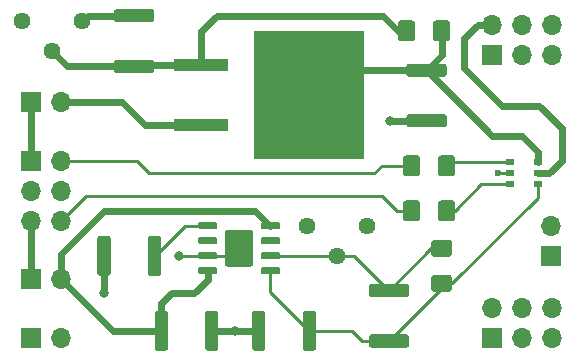
<source format=gtl>
G04 #@! TF.GenerationSoftware,KiCad,Pcbnew,5.1.5+dfsg1-2build2*
G04 #@! TF.CreationDate,2021-11-26T12:56:36+03:00*
G04 #@! TF.ProjectId,VoltReg,566f6c74-5265-4672-9e6b-696361645f70,rev?*
G04 #@! TF.SameCoordinates,Original*
G04 #@! TF.FileFunction,Copper,L1,Top*
G04 #@! TF.FilePolarity,Positive*
%FSLAX46Y46*%
G04 Gerber Fmt 4.6, Leading zero omitted, Abs format (unit mm)*
G04 Created by KiCad (PCBNEW 5.1.5+dfsg1-2build2) date 2021-11-26 12:56:36*
%MOMM*%
%LPD*%
G04 APERTURE LIST*
%ADD10C,0.100000*%
%ADD11O,1.700000X1.700000*%
%ADD12R,1.700000X1.700000*%
%ADD13C,1.440000*%
%ADD14R,0.700000X0.510000*%
%ADD15R,4.600000X1.100000*%
%ADD16R,9.400000X10.800000*%
%ADD17C,0.800000*%
%ADD18C,0.600000*%
%ADD19C,0.600000*%
%ADD20C,0.250000*%
G04 APERTURE END LIST*
G04 #@! TA.AperFunction,SMDPad,CuDef*
D10*
G36*
X119394504Y-74653704D02*
G01*
X119418773Y-74657304D01*
X119442571Y-74663265D01*
X119465671Y-74671530D01*
X119487849Y-74682020D01*
X119508893Y-74694633D01*
X119528598Y-74709247D01*
X119546777Y-74725723D01*
X119563253Y-74743902D01*
X119577867Y-74763607D01*
X119590480Y-74784651D01*
X119600970Y-74806829D01*
X119609235Y-74829929D01*
X119615196Y-74853727D01*
X119618796Y-74877996D01*
X119620000Y-74902500D01*
X119620000Y-75827500D01*
X119618796Y-75852004D01*
X119615196Y-75876273D01*
X119609235Y-75900071D01*
X119600970Y-75923171D01*
X119590480Y-75945349D01*
X119577867Y-75966393D01*
X119563253Y-75986098D01*
X119546777Y-76004277D01*
X119528598Y-76020753D01*
X119508893Y-76035367D01*
X119487849Y-76047980D01*
X119465671Y-76058470D01*
X119442571Y-76066735D01*
X119418773Y-76072696D01*
X119394504Y-76076296D01*
X119370000Y-76077500D01*
X118120000Y-76077500D01*
X118095496Y-76076296D01*
X118071227Y-76072696D01*
X118047429Y-76066735D01*
X118024329Y-76058470D01*
X118002151Y-76047980D01*
X117981107Y-76035367D01*
X117961402Y-76020753D01*
X117943223Y-76004277D01*
X117926747Y-75986098D01*
X117912133Y-75966393D01*
X117899520Y-75945349D01*
X117889030Y-75923171D01*
X117880765Y-75900071D01*
X117874804Y-75876273D01*
X117871204Y-75852004D01*
X117870000Y-75827500D01*
X117870000Y-74902500D01*
X117871204Y-74877996D01*
X117874804Y-74853727D01*
X117880765Y-74829929D01*
X117889030Y-74806829D01*
X117899520Y-74784651D01*
X117912133Y-74763607D01*
X117926747Y-74743902D01*
X117943223Y-74725723D01*
X117961402Y-74709247D01*
X117981107Y-74694633D01*
X118002151Y-74682020D01*
X118024329Y-74671530D01*
X118047429Y-74663265D01*
X118071227Y-74657304D01*
X118095496Y-74653704D01*
X118120000Y-74652500D01*
X119370000Y-74652500D01*
X119394504Y-74653704D01*
G37*
G04 #@! TD.AperFunction*
G04 #@! TA.AperFunction,SMDPad,CuDef*
G36*
X119394504Y-71678704D02*
G01*
X119418773Y-71682304D01*
X119442571Y-71688265D01*
X119465671Y-71696530D01*
X119487849Y-71707020D01*
X119508893Y-71719633D01*
X119528598Y-71734247D01*
X119546777Y-71750723D01*
X119563253Y-71768902D01*
X119577867Y-71788607D01*
X119590480Y-71809651D01*
X119600970Y-71831829D01*
X119609235Y-71854929D01*
X119615196Y-71878727D01*
X119618796Y-71902996D01*
X119620000Y-71927500D01*
X119620000Y-72852500D01*
X119618796Y-72877004D01*
X119615196Y-72901273D01*
X119609235Y-72925071D01*
X119600970Y-72948171D01*
X119590480Y-72970349D01*
X119577867Y-72991393D01*
X119563253Y-73011098D01*
X119546777Y-73029277D01*
X119528598Y-73045753D01*
X119508893Y-73060367D01*
X119487849Y-73072980D01*
X119465671Y-73083470D01*
X119442571Y-73091735D01*
X119418773Y-73097696D01*
X119394504Y-73101296D01*
X119370000Y-73102500D01*
X118120000Y-73102500D01*
X118095496Y-73101296D01*
X118071227Y-73097696D01*
X118047429Y-73091735D01*
X118024329Y-73083470D01*
X118002151Y-73072980D01*
X117981107Y-73060367D01*
X117961402Y-73045753D01*
X117943223Y-73029277D01*
X117926747Y-73011098D01*
X117912133Y-72991393D01*
X117899520Y-72970349D01*
X117889030Y-72948171D01*
X117880765Y-72925071D01*
X117874804Y-72901273D01*
X117871204Y-72877004D01*
X117870000Y-72852500D01*
X117870000Y-71927500D01*
X117871204Y-71902996D01*
X117874804Y-71878727D01*
X117880765Y-71854929D01*
X117889030Y-71831829D01*
X117899520Y-71809651D01*
X117912133Y-71788607D01*
X117926747Y-71768902D01*
X117943223Y-71750723D01*
X117961402Y-71734247D01*
X117981107Y-71719633D01*
X118002151Y-71707020D01*
X118024329Y-71696530D01*
X118047429Y-71688265D01*
X118071227Y-71682304D01*
X118095496Y-71678704D01*
X118120000Y-71677500D01*
X119370000Y-71677500D01*
X119394504Y-71678704D01*
G37*
G04 #@! TD.AperFunction*
D11*
X128080000Y-77460000D03*
X128080000Y-80000000D03*
X125540000Y-77460000D03*
X125540000Y-80000000D03*
X123000000Y-77460000D03*
D12*
X123000000Y-80000000D03*
D11*
X128000000Y-70485000D03*
D12*
X128000000Y-73025000D03*
D11*
X86540000Y-80000000D03*
D12*
X84000000Y-80000000D03*
D11*
X86540000Y-75000000D03*
D12*
X84000000Y-75000000D03*
D11*
X86540000Y-60000000D03*
D12*
X84000000Y-60000000D03*
G04 #@! TA.AperFunction,SMDPad,CuDef*
D10*
G36*
X94184505Y-52143704D02*
G01*
X94208773Y-52147304D01*
X94232572Y-52153265D01*
X94255671Y-52161530D01*
X94277850Y-52172020D01*
X94298893Y-52184632D01*
X94318599Y-52199247D01*
X94336777Y-52215723D01*
X94353253Y-52233901D01*
X94367868Y-52253607D01*
X94380480Y-52274650D01*
X94390970Y-52296829D01*
X94399235Y-52319928D01*
X94405196Y-52343727D01*
X94408796Y-52367995D01*
X94410000Y-52392499D01*
X94410000Y-53017501D01*
X94408796Y-53042005D01*
X94405196Y-53066273D01*
X94399235Y-53090072D01*
X94390970Y-53113171D01*
X94380480Y-53135350D01*
X94367868Y-53156393D01*
X94353253Y-53176099D01*
X94336777Y-53194277D01*
X94318599Y-53210753D01*
X94298893Y-53225368D01*
X94277850Y-53237980D01*
X94255671Y-53248470D01*
X94232572Y-53256735D01*
X94208773Y-53262696D01*
X94184505Y-53266296D01*
X94160001Y-53267500D01*
X91259999Y-53267500D01*
X91235495Y-53266296D01*
X91211227Y-53262696D01*
X91187428Y-53256735D01*
X91164329Y-53248470D01*
X91142150Y-53237980D01*
X91121107Y-53225368D01*
X91101401Y-53210753D01*
X91083223Y-53194277D01*
X91066747Y-53176099D01*
X91052132Y-53156393D01*
X91039520Y-53135350D01*
X91029030Y-53113171D01*
X91020765Y-53090072D01*
X91014804Y-53066273D01*
X91011204Y-53042005D01*
X91010000Y-53017501D01*
X91010000Y-52392499D01*
X91011204Y-52367995D01*
X91014804Y-52343727D01*
X91020765Y-52319928D01*
X91029030Y-52296829D01*
X91039520Y-52274650D01*
X91052132Y-52253607D01*
X91066747Y-52233901D01*
X91083223Y-52215723D01*
X91101401Y-52199247D01*
X91121107Y-52184632D01*
X91142150Y-52172020D01*
X91164329Y-52161530D01*
X91187428Y-52153265D01*
X91211227Y-52147304D01*
X91235495Y-52143704D01*
X91259999Y-52142500D01*
X94160001Y-52142500D01*
X94184505Y-52143704D01*
G37*
G04 #@! TD.AperFunction*
G04 #@! TA.AperFunction,SMDPad,CuDef*
G36*
X94184505Y-56418704D02*
G01*
X94208773Y-56422304D01*
X94232572Y-56428265D01*
X94255671Y-56436530D01*
X94277850Y-56447020D01*
X94298893Y-56459632D01*
X94318599Y-56474247D01*
X94336777Y-56490723D01*
X94353253Y-56508901D01*
X94367868Y-56528607D01*
X94380480Y-56549650D01*
X94390970Y-56571829D01*
X94399235Y-56594928D01*
X94405196Y-56618727D01*
X94408796Y-56642995D01*
X94410000Y-56667499D01*
X94410000Y-57292501D01*
X94408796Y-57317005D01*
X94405196Y-57341273D01*
X94399235Y-57365072D01*
X94390970Y-57388171D01*
X94380480Y-57410350D01*
X94367868Y-57431393D01*
X94353253Y-57451099D01*
X94336777Y-57469277D01*
X94318599Y-57485753D01*
X94298893Y-57500368D01*
X94277850Y-57512980D01*
X94255671Y-57523470D01*
X94232572Y-57531735D01*
X94208773Y-57537696D01*
X94184505Y-57541296D01*
X94160001Y-57542500D01*
X91259999Y-57542500D01*
X91235495Y-57541296D01*
X91211227Y-57537696D01*
X91187428Y-57531735D01*
X91164329Y-57523470D01*
X91142150Y-57512980D01*
X91121107Y-57500368D01*
X91101401Y-57485753D01*
X91083223Y-57469277D01*
X91066747Y-57451099D01*
X91052132Y-57431393D01*
X91039520Y-57410350D01*
X91029030Y-57388171D01*
X91020765Y-57365072D01*
X91014804Y-57341273D01*
X91011204Y-57317005D01*
X91010000Y-57292501D01*
X91010000Y-56667499D01*
X91011204Y-56642995D01*
X91014804Y-56618727D01*
X91020765Y-56594928D01*
X91029030Y-56571829D01*
X91039520Y-56549650D01*
X91052132Y-56528607D01*
X91066747Y-56508901D01*
X91083223Y-56490723D01*
X91101401Y-56474247D01*
X91121107Y-56459632D01*
X91142150Y-56447020D01*
X91164329Y-56436530D01*
X91187428Y-56428265D01*
X91211227Y-56422304D01*
X91235495Y-56418704D01*
X91259999Y-56417500D01*
X94160001Y-56417500D01*
X94184505Y-56418704D01*
G37*
G04 #@! TD.AperFunction*
D11*
X128080000Y-53460000D03*
X128080000Y-56000000D03*
X125540000Y-53460000D03*
X125540000Y-56000000D03*
X123000000Y-53460000D03*
D12*
X123000000Y-56000000D03*
D13*
X83248000Y-53155000D03*
X85788000Y-55695000D03*
X88328000Y-53155000D03*
X107315000Y-70485000D03*
X109855000Y-73025000D03*
X112395000Y-70485000D03*
G04 #@! TA.AperFunction,SMDPad,CuDef*
D10*
G36*
X104914703Y-70185722D02*
G01*
X104929264Y-70187882D01*
X104943543Y-70191459D01*
X104957403Y-70196418D01*
X104970710Y-70202712D01*
X104983336Y-70210280D01*
X104995159Y-70219048D01*
X105006066Y-70228934D01*
X105015952Y-70239841D01*
X105024720Y-70251664D01*
X105032288Y-70264290D01*
X105038582Y-70277597D01*
X105043541Y-70291457D01*
X105047118Y-70305736D01*
X105049278Y-70320297D01*
X105050000Y-70335000D01*
X105050000Y-70635000D01*
X105049278Y-70649703D01*
X105047118Y-70664264D01*
X105043541Y-70678543D01*
X105038582Y-70692403D01*
X105032288Y-70705710D01*
X105024720Y-70718336D01*
X105015952Y-70730159D01*
X105006066Y-70741066D01*
X104995159Y-70750952D01*
X104983336Y-70759720D01*
X104970710Y-70767288D01*
X104957403Y-70773582D01*
X104943543Y-70778541D01*
X104929264Y-70782118D01*
X104914703Y-70784278D01*
X104900000Y-70785000D01*
X103600000Y-70785000D01*
X103585297Y-70784278D01*
X103570736Y-70782118D01*
X103556457Y-70778541D01*
X103542597Y-70773582D01*
X103529290Y-70767288D01*
X103516664Y-70759720D01*
X103504841Y-70750952D01*
X103493934Y-70741066D01*
X103484048Y-70730159D01*
X103475280Y-70718336D01*
X103467712Y-70705710D01*
X103461418Y-70692403D01*
X103456459Y-70678543D01*
X103452882Y-70664264D01*
X103450722Y-70649703D01*
X103450000Y-70635000D01*
X103450000Y-70335000D01*
X103450722Y-70320297D01*
X103452882Y-70305736D01*
X103456459Y-70291457D01*
X103461418Y-70277597D01*
X103467712Y-70264290D01*
X103475280Y-70251664D01*
X103484048Y-70239841D01*
X103493934Y-70228934D01*
X103504841Y-70219048D01*
X103516664Y-70210280D01*
X103529290Y-70202712D01*
X103542597Y-70196418D01*
X103556457Y-70191459D01*
X103570736Y-70187882D01*
X103585297Y-70185722D01*
X103600000Y-70185000D01*
X104900000Y-70185000D01*
X104914703Y-70185722D01*
G37*
G04 #@! TD.AperFunction*
G04 #@! TA.AperFunction,SMDPad,CuDef*
G36*
X104914703Y-71455722D02*
G01*
X104929264Y-71457882D01*
X104943543Y-71461459D01*
X104957403Y-71466418D01*
X104970710Y-71472712D01*
X104983336Y-71480280D01*
X104995159Y-71489048D01*
X105006066Y-71498934D01*
X105015952Y-71509841D01*
X105024720Y-71521664D01*
X105032288Y-71534290D01*
X105038582Y-71547597D01*
X105043541Y-71561457D01*
X105047118Y-71575736D01*
X105049278Y-71590297D01*
X105050000Y-71605000D01*
X105050000Y-71905000D01*
X105049278Y-71919703D01*
X105047118Y-71934264D01*
X105043541Y-71948543D01*
X105038582Y-71962403D01*
X105032288Y-71975710D01*
X105024720Y-71988336D01*
X105015952Y-72000159D01*
X105006066Y-72011066D01*
X104995159Y-72020952D01*
X104983336Y-72029720D01*
X104970710Y-72037288D01*
X104957403Y-72043582D01*
X104943543Y-72048541D01*
X104929264Y-72052118D01*
X104914703Y-72054278D01*
X104900000Y-72055000D01*
X103600000Y-72055000D01*
X103585297Y-72054278D01*
X103570736Y-72052118D01*
X103556457Y-72048541D01*
X103542597Y-72043582D01*
X103529290Y-72037288D01*
X103516664Y-72029720D01*
X103504841Y-72020952D01*
X103493934Y-72011066D01*
X103484048Y-72000159D01*
X103475280Y-71988336D01*
X103467712Y-71975710D01*
X103461418Y-71962403D01*
X103456459Y-71948543D01*
X103452882Y-71934264D01*
X103450722Y-71919703D01*
X103450000Y-71905000D01*
X103450000Y-71605000D01*
X103450722Y-71590297D01*
X103452882Y-71575736D01*
X103456459Y-71561457D01*
X103461418Y-71547597D01*
X103467712Y-71534290D01*
X103475280Y-71521664D01*
X103484048Y-71509841D01*
X103493934Y-71498934D01*
X103504841Y-71489048D01*
X103516664Y-71480280D01*
X103529290Y-71472712D01*
X103542597Y-71466418D01*
X103556457Y-71461459D01*
X103570736Y-71457882D01*
X103585297Y-71455722D01*
X103600000Y-71455000D01*
X104900000Y-71455000D01*
X104914703Y-71455722D01*
G37*
G04 #@! TD.AperFunction*
G04 #@! TA.AperFunction,SMDPad,CuDef*
G36*
X104914703Y-72725722D02*
G01*
X104929264Y-72727882D01*
X104943543Y-72731459D01*
X104957403Y-72736418D01*
X104970710Y-72742712D01*
X104983336Y-72750280D01*
X104995159Y-72759048D01*
X105006066Y-72768934D01*
X105015952Y-72779841D01*
X105024720Y-72791664D01*
X105032288Y-72804290D01*
X105038582Y-72817597D01*
X105043541Y-72831457D01*
X105047118Y-72845736D01*
X105049278Y-72860297D01*
X105050000Y-72875000D01*
X105050000Y-73175000D01*
X105049278Y-73189703D01*
X105047118Y-73204264D01*
X105043541Y-73218543D01*
X105038582Y-73232403D01*
X105032288Y-73245710D01*
X105024720Y-73258336D01*
X105015952Y-73270159D01*
X105006066Y-73281066D01*
X104995159Y-73290952D01*
X104983336Y-73299720D01*
X104970710Y-73307288D01*
X104957403Y-73313582D01*
X104943543Y-73318541D01*
X104929264Y-73322118D01*
X104914703Y-73324278D01*
X104900000Y-73325000D01*
X103600000Y-73325000D01*
X103585297Y-73324278D01*
X103570736Y-73322118D01*
X103556457Y-73318541D01*
X103542597Y-73313582D01*
X103529290Y-73307288D01*
X103516664Y-73299720D01*
X103504841Y-73290952D01*
X103493934Y-73281066D01*
X103484048Y-73270159D01*
X103475280Y-73258336D01*
X103467712Y-73245710D01*
X103461418Y-73232403D01*
X103456459Y-73218543D01*
X103452882Y-73204264D01*
X103450722Y-73189703D01*
X103450000Y-73175000D01*
X103450000Y-72875000D01*
X103450722Y-72860297D01*
X103452882Y-72845736D01*
X103456459Y-72831457D01*
X103461418Y-72817597D01*
X103467712Y-72804290D01*
X103475280Y-72791664D01*
X103484048Y-72779841D01*
X103493934Y-72768934D01*
X103504841Y-72759048D01*
X103516664Y-72750280D01*
X103529290Y-72742712D01*
X103542597Y-72736418D01*
X103556457Y-72731459D01*
X103570736Y-72727882D01*
X103585297Y-72725722D01*
X103600000Y-72725000D01*
X104900000Y-72725000D01*
X104914703Y-72725722D01*
G37*
G04 #@! TD.AperFunction*
G04 #@! TA.AperFunction,SMDPad,CuDef*
G36*
X104914703Y-73995722D02*
G01*
X104929264Y-73997882D01*
X104943543Y-74001459D01*
X104957403Y-74006418D01*
X104970710Y-74012712D01*
X104983336Y-74020280D01*
X104995159Y-74029048D01*
X105006066Y-74038934D01*
X105015952Y-74049841D01*
X105024720Y-74061664D01*
X105032288Y-74074290D01*
X105038582Y-74087597D01*
X105043541Y-74101457D01*
X105047118Y-74115736D01*
X105049278Y-74130297D01*
X105050000Y-74145000D01*
X105050000Y-74445000D01*
X105049278Y-74459703D01*
X105047118Y-74474264D01*
X105043541Y-74488543D01*
X105038582Y-74502403D01*
X105032288Y-74515710D01*
X105024720Y-74528336D01*
X105015952Y-74540159D01*
X105006066Y-74551066D01*
X104995159Y-74560952D01*
X104983336Y-74569720D01*
X104970710Y-74577288D01*
X104957403Y-74583582D01*
X104943543Y-74588541D01*
X104929264Y-74592118D01*
X104914703Y-74594278D01*
X104900000Y-74595000D01*
X103600000Y-74595000D01*
X103585297Y-74594278D01*
X103570736Y-74592118D01*
X103556457Y-74588541D01*
X103542597Y-74583582D01*
X103529290Y-74577288D01*
X103516664Y-74569720D01*
X103504841Y-74560952D01*
X103493934Y-74551066D01*
X103484048Y-74540159D01*
X103475280Y-74528336D01*
X103467712Y-74515710D01*
X103461418Y-74502403D01*
X103456459Y-74488543D01*
X103452882Y-74474264D01*
X103450722Y-74459703D01*
X103450000Y-74445000D01*
X103450000Y-74145000D01*
X103450722Y-74130297D01*
X103452882Y-74115736D01*
X103456459Y-74101457D01*
X103461418Y-74087597D01*
X103467712Y-74074290D01*
X103475280Y-74061664D01*
X103484048Y-74049841D01*
X103493934Y-74038934D01*
X103504841Y-74029048D01*
X103516664Y-74020280D01*
X103529290Y-74012712D01*
X103542597Y-74006418D01*
X103556457Y-74001459D01*
X103570736Y-73997882D01*
X103585297Y-73995722D01*
X103600000Y-73995000D01*
X104900000Y-73995000D01*
X104914703Y-73995722D01*
G37*
G04 #@! TD.AperFunction*
G04 #@! TA.AperFunction,SMDPad,CuDef*
G36*
X99614703Y-73995722D02*
G01*
X99629264Y-73997882D01*
X99643543Y-74001459D01*
X99657403Y-74006418D01*
X99670710Y-74012712D01*
X99683336Y-74020280D01*
X99695159Y-74029048D01*
X99706066Y-74038934D01*
X99715952Y-74049841D01*
X99724720Y-74061664D01*
X99732288Y-74074290D01*
X99738582Y-74087597D01*
X99743541Y-74101457D01*
X99747118Y-74115736D01*
X99749278Y-74130297D01*
X99750000Y-74145000D01*
X99750000Y-74445000D01*
X99749278Y-74459703D01*
X99747118Y-74474264D01*
X99743541Y-74488543D01*
X99738582Y-74502403D01*
X99732288Y-74515710D01*
X99724720Y-74528336D01*
X99715952Y-74540159D01*
X99706066Y-74551066D01*
X99695159Y-74560952D01*
X99683336Y-74569720D01*
X99670710Y-74577288D01*
X99657403Y-74583582D01*
X99643543Y-74588541D01*
X99629264Y-74592118D01*
X99614703Y-74594278D01*
X99600000Y-74595000D01*
X98300000Y-74595000D01*
X98285297Y-74594278D01*
X98270736Y-74592118D01*
X98256457Y-74588541D01*
X98242597Y-74583582D01*
X98229290Y-74577288D01*
X98216664Y-74569720D01*
X98204841Y-74560952D01*
X98193934Y-74551066D01*
X98184048Y-74540159D01*
X98175280Y-74528336D01*
X98167712Y-74515710D01*
X98161418Y-74502403D01*
X98156459Y-74488543D01*
X98152882Y-74474264D01*
X98150722Y-74459703D01*
X98150000Y-74445000D01*
X98150000Y-74145000D01*
X98150722Y-74130297D01*
X98152882Y-74115736D01*
X98156459Y-74101457D01*
X98161418Y-74087597D01*
X98167712Y-74074290D01*
X98175280Y-74061664D01*
X98184048Y-74049841D01*
X98193934Y-74038934D01*
X98204841Y-74029048D01*
X98216664Y-74020280D01*
X98229290Y-74012712D01*
X98242597Y-74006418D01*
X98256457Y-74001459D01*
X98270736Y-73997882D01*
X98285297Y-73995722D01*
X98300000Y-73995000D01*
X99600000Y-73995000D01*
X99614703Y-73995722D01*
G37*
G04 #@! TD.AperFunction*
G04 #@! TA.AperFunction,SMDPad,CuDef*
G36*
X99614703Y-72725722D02*
G01*
X99629264Y-72727882D01*
X99643543Y-72731459D01*
X99657403Y-72736418D01*
X99670710Y-72742712D01*
X99683336Y-72750280D01*
X99695159Y-72759048D01*
X99706066Y-72768934D01*
X99715952Y-72779841D01*
X99724720Y-72791664D01*
X99732288Y-72804290D01*
X99738582Y-72817597D01*
X99743541Y-72831457D01*
X99747118Y-72845736D01*
X99749278Y-72860297D01*
X99750000Y-72875000D01*
X99750000Y-73175000D01*
X99749278Y-73189703D01*
X99747118Y-73204264D01*
X99743541Y-73218543D01*
X99738582Y-73232403D01*
X99732288Y-73245710D01*
X99724720Y-73258336D01*
X99715952Y-73270159D01*
X99706066Y-73281066D01*
X99695159Y-73290952D01*
X99683336Y-73299720D01*
X99670710Y-73307288D01*
X99657403Y-73313582D01*
X99643543Y-73318541D01*
X99629264Y-73322118D01*
X99614703Y-73324278D01*
X99600000Y-73325000D01*
X98300000Y-73325000D01*
X98285297Y-73324278D01*
X98270736Y-73322118D01*
X98256457Y-73318541D01*
X98242597Y-73313582D01*
X98229290Y-73307288D01*
X98216664Y-73299720D01*
X98204841Y-73290952D01*
X98193934Y-73281066D01*
X98184048Y-73270159D01*
X98175280Y-73258336D01*
X98167712Y-73245710D01*
X98161418Y-73232403D01*
X98156459Y-73218543D01*
X98152882Y-73204264D01*
X98150722Y-73189703D01*
X98150000Y-73175000D01*
X98150000Y-72875000D01*
X98150722Y-72860297D01*
X98152882Y-72845736D01*
X98156459Y-72831457D01*
X98161418Y-72817597D01*
X98167712Y-72804290D01*
X98175280Y-72791664D01*
X98184048Y-72779841D01*
X98193934Y-72768934D01*
X98204841Y-72759048D01*
X98216664Y-72750280D01*
X98229290Y-72742712D01*
X98242597Y-72736418D01*
X98256457Y-72731459D01*
X98270736Y-72727882D01*
X98285297Y-72725722D01*
X98300000Y-72725000D01*
X99600000Y-72725000D01*
X99614703Y-72725722D01*
G37*
G04 #@! TD.AperFunction*
G04 #@! TA.AperFunction,SMDPad,CuDef*
G36*
X99614703Y-71455722D02*
G01*
X99629264Y-71457882D01*
X99643543Y-71461459D01*
X99657403Y-71466418D01*
X99670710Y-71472712D01*
X99683336Y-71480280D01*
X99695159Y-71489048D01*
X99706066Y-71498934D01*
X99715952Y-71509841D01*
X99724720Y-71521664D01*
X99732288Y-71534290D01*
X99738582Y-71547597D01*
X99743541Y-71561457D01*
X99747118Y-71575736D01*
X99749278Y-71590297D01*
X99750000Y-71605000D01*
X99750000Y-71905000D01*
X99749278Y-71919703D01*
X99747118Y-71934264D01*
X99743541Y-71948543D01*
X99738582Y-71962403D01*
X99732288Y-71975710D01*
X99724720Y-71988336D01*
X99715952Y-72000159D01*
X99706066Y-72011066D01*
X99695159Y-72020952D01*
X99683336Y-72029720D01*
X99670710Y-72037288D01*
X99657403Y-72043582D01*
X99643543Y-72048541D01*
X99629264Y-72052118D01*
X99614703Y-72054278D01*
X99600000Y-72055000D01*
X98300000Y-72055000D01*
X98285297Y-72054278D01*
X98270736Y-72052118D01*
X98256457Y-72048541D01*
X98242597Y-72043582D01*
X98229290Y-72037288D01*
X98216664Y-72029720D01*
X98204841Y-72020952D01*
X98193934Y-72011066D01*
X98184048Y-72000159D01*
X98175280Y-71988336D01*
X98167712Y-71975710D01*
X98161418Y-71962403D01*
X98156459Y-71948543D01*
X98152882Y-71934264D01*
X98150722Y-71919703D01*
X98150000Y-71905000D01*
X98150000Y-71605000D01*
X98150722Y-71590297D01*
X98152882Y-71575736D01*
X98156459Y-71561457D01*
X98161418Y-71547597D01*
X98167712Y-71534290D01*
X98175280Y-71521664D01*
X98184048Y-71509841D01*
X98193934Y-71498934D01*
X98204841Y-71489048D01*
X98216664Y-71480280D01*
X98229290Y-71472712D01*
X98242597Y-71466418D01*
X98256457Y-71461459D01*
X98270736Y-71457882D01*
X98285297Y-71455722D01*
X98300000Y-71455000D01*
X99600000Y-71455000D01*
X99614703Y-71455722D01*
G37*
G04 #@! TD.AperFunction*
G04 #@! TA.AperFunction,SMDPad,CuDef*
G36*
X99614703Y-70185722D02*
G01*
X99629264Y-70187882D01*
X99643543Y-70191459D01*
X99657403Y-70196418D01*
X99670710Y-70202712D01*
X99683336Y-70210280D01*
X99695159Y-70219048D01*
X99706066Y-70228934D01*
X99715952Y-70239841D01*
X99724720Y-70251664D01*
X99732288Y-70264290D01*
X99738582Y-70277597D01*
X99743541Y-70291457D01*
X99747118Y-70305736D01*
X99749278Y-70320297D01*
X99750000Y-70335000D01*
X99750000Y-70635000D01*
X99749278Y-70649703D01*
X99747118Y-70664264D01*
X99743541Y-70678543D01*
X99738582Y-70692403D01*
X99732288Y-70705710D01*
X99724720Y-70718336D01*
X99715952Y-70730159D01*
X99706066Y-70741066D01*
X99695159Y-70750952D01*
X99683336Y-70759720D01*
X99670710Y-70767288D01*
X99657403Y-70773582D01*
X99643543Y-70778541D01*
X99629264Y-70782118D01*
X99614703Y-70784278D01*
X99600000Y-70785000D01*
X98300000Y-70785000D01*
X98285297Y-70784278D01*
X98270736Y-70782118D01*
X98256457Y-70778541D01*
X98242597Y-70773582D01*
X98229290Y-70767288D01*
X98216664Y-70759720D01*
X98204841Y-70750952D01*
X98193934Y-70741066D01*
X98184048Y-70730159D01*
X98175280Y-70718336D01*
X98167712Y-70705710D01*
X98161418Y-70692403D01*
X98156459Y-70678543D01*
X98152882Y-70664264D01*
X98150722Y-70649703D01*
X98150000Y-70635000D01*
X98150000Y-70335000D01*
X98150722Y-70320297D01*
X98152882Y-70305736D01*
X98156459Y-70291457D01*
X98161418Y-70277597D01*
X98167712Y-70264290D01*
X98175280Y-70251664D01*
X98184048Y-70239841D01*
X98193934Y-70228934D01*
X98204841Y-70219048D01*
X98216664Y-70210280D01*
X98229290Y-70202712D01*
X98242597Y-70196418D01*
X98256457Y-70191459D01*
X98270736Y-70187882D01*
X98285297Y-70185722D01*
X98300000Y-70185000D01*
X99600000Y-70185000D01*
X99614703Y-70185722D01*
G37*
G04 #@! TD.AperFunction*
G04 #@! TA.AperFunction,SMDPad,CuDef*
G36*
X102578927Y-70841207D02*
G01*
X102603257Y-70844816D01*
X102627117Y-70850792D01*
X102650276Y-70859079D01*
X102672511Y-70869595D01*
X102693608Y-70882240D01*
X102713364Y-70896893D01*
X102731589Y-70913411D01*
X102748107Y-70931636D01*
X102762760Y-70951392D01*
X102775405Y-70972489D01*
X102785921Y-70994724D01*
X102794208Y-71017883D01*
X102800184Y-71041743D01*
X102803793Y-71066073D01*
X102805000Y-71090640D01*
X102805000Y-73689360D01*
X102803793Y-73713927D01*
X102800184Y-73738257D01*
X102794208Y-73762117D01*
X102785921Y-73785276D01*
X102775405Y-73807511D01*
X102762760Y-73828608D01*
X102748107Y-73848364D01*
X102731589Y-73866589D01*
X102713364Y-73883107D01*
X102693608Y-73897760D01*
X102672511Y-73910405D01*
X102650276Y-73920921D01*
X102627117Y-73929208D01*
X102603257Y-73935184D01*
X102578927Y-73938793D01*
X102554360Y-73940000D01*
X100645640Y-73940000D01*
X100621073Y-73938793D01*
X100596743Y-73935184D01*
X100572883Y-73929208D01*
X100549724Y-73920921D01*
X100527489Y-73910405D01*
X100506392Y-73897760D01*
X100486636Y-73883107D01*
X100468411Y-73866589D01*
X100451893Y-73848364D01*
X100437240Y-73828608D01*
X100424595Y-73807511D01*
X100414079Y-73785276D01*
X100405792Y-73762117D01*
X100399816Y-73738257D01*
X100396207Y-73713927D01*
X100395000Y-73689360D01*
X100395000Y-71090640D01*
X100396207Y-71066073D01*
X100399816Y-71041743D01*
X100405792Y-71017883D01*
X100414079Y-70994724D01*
X100424595Y-70972489D01*
X100437240Y-70951392D01*
X100451893Y-70931636D01*
X100468411Y-70913411D01*
X100486636Y-70896893D01*
X100506392Y-70882240D01*
X100527489Y-70869595D01*
X100549724Y-70859079D01*
X100572883Y-70850792D01*
X100596743Y-70844816D01*
X100621073Y-70841207D01*
X100645640Y-70840000D01*
X102554360Y-70840000D01*
X102578927Y-70841207D01*
G37*
G04 #@! TD.AperFunction*
D14*
X126890000Y-65090000D03*
X126890000Y-66040000D03*
X126890000Y-66990000D03*
X124570000Y-66990000D03*
X124570000Y-66040000D03*
X124570000Y-65090000D03*
D15*
X98365000Y-56915000D03*
X98365000Y-61995000D03*
D16*
X107515000Y-59455000D03*
G04 #@! TA.AperFunction,SMDPad,CuDef*
D10*
G36*
X119667004Y-68341204D02*
G01*
X119691273Y-68344804D01*
X119715071Y-68350765D01*
X119738171Y-68359030D01*
X119760349Y-68369520D01*
X119781393Y-68382133D01*
X119801098Y-68396747D01*
X119819277Y-68413223D01*
X119835753Y-68431402D01*
X119850367Y-68451107D01*
X119862980Y-68472151D01*
X119873470Y-68494329D01*
X119881735Y-68517429D01*
X119887696Y-68541227D01*
X119891296Y-68565496D01*
X119892500Y-68590000D01*
X119892500Y-69840000D01*
X119891296Y-69864504D01*
X119887696Y-69888773D01*
X119881735Y-69912571D01*
X119873470Y-69935671D01*
X119862980Y-69957849D01*
X119850367Y-69978893D01*
X119835753Y-69998598D01*
X119819277Y-70016777D01*
X119801098Y-70033253D01*
X119781393Y-70047867D01*
X119760349Y-70060480D01*
X119738171Y-70070970D01*
X119715071Y-70079235D01*
X119691273Y-70085196D01*
X119667004Y-70088796D01*
X119642500Y-70090000D01*
X118717500Y-70090000D01*
X118692996Y-70088796D01*
X118668727Y-70085196D01*
X118644929Y-70079235D01*
X118621829Y-70070970D01*
X118599651Y-70060480D01*
X118578607Y-70047867D01*
X118558902Y-70033253D01*
X118540723Y-70016777D01*
X118524247Y-69998598D01*
X118509633Y-69978893D01*
X118497020Y-69957849D01*
X118486530Y-69935671D01*
X118478265Y-69912571D01*
X118472304Y-69888773D01*
X118468704Y-69864504D01*
X118467500Y-69840000D01*
X118467500Y-68590000D01*
X118468704Y-68565496D01*
X118472304Y-68541227D01*
X118478265Y-68517429D01*
X118486530Y-68494329D01*
X118497020Y-68472151D01*
X118509633Y-68451107D01*
X118524247Y-68431402D01*
X118540723Y-68413223D01*
X118558902Y-68396747D01*
X118578607Y-68382133D01*
X118599651Y-68369520D01*
X118621829Y-68359030D01*
X118644929Y-68350765D01*
X118668727Y-68344804D01*
X118692996Y-68341204D01*
X118717500Y-68340000D01*
X119642500Y-68340000D01*
X119667004Y-68341204D01*
G37*
G04 #@! TD.AperFunction*
G04 #@! TA.AperFunction,SMDPad,CuDef*
G36*
X116692004Y-68341204D02*
G01*
X116716273Y-68344804D01*
X116740071Y-68350765D01*
X116763171Y-68359030D01*
X116785349Y-68369520D01*
X116806393Y-68382133D01*
X116826098Y-68396747D01*
X116844277Y-68413223D01*
X116860753Y-68431402D01*
X116875367Y-68451107D01*
X116887980Y-68472151D01*
X116898470Y-68494329D01*
X116906735Y-68517429D01*
X116912696Y-68541227D01*
X116916296Y-68565496D01*
X116917500Y-68590000D01*
X116917500Y-69840000D01*
X116916296Y-69864504D01*
X116912696Y-69888773D01*
X116906735Y-69912571D01*
X116898470Y-69935671D01*
X116887980Y-69957849D01*
X116875367Y-69978893D01*
X116860753Y-69998598D01*
X116844277Y-70016777D01*
X116826098Y-70033253D01*
X116806393Y-70047867D01*
X116785349Y-70060480D01*
X116763171Y-70070970D01*
X116740071Y-70079235D01*
X116716273Y-70085196D01*
X116692004Y-70088796D01*
X116667500Y-70090000D01*
X115742500Y-70090000D01*
X115717996Y-70088796D01*
X115693727Y-70085196D01*
X115669929Y-70079235D01*
X115646829Y-70070970D01*
X115624651Y-70060480D01*
X115603607Y-70047867D01*
X115583902Y-70033253D01*
X115565723Y-70016777D01*
X115549247Y-69998598D01*
X115534633Y-69978893D01*
X115522020Y-69957849D01*
X115511530Y-69935671D01*
X115503265Y-69912571D01*
X115497304Y-69888773D01*
X115493704Y-69864504D01*
X115492500Y-69840000D01*
X115492500Y-68590000D01*
X115493704Y-68565496D01*
X115497304Y-68541227D01*
X115503265Y-68517429D01*
X115511530Y-68494329D01*
X115522020Y-68472151D01*
X115534633Y-68451107D01*
X115549247Y-68431402D01*
X115565723Y-68413223D01*
X115583902Y-68396747D01*
X115603607Y-68382133D01*
X115624651Y-68369520D01*
X115646829Y-68359030D01*
X115669929Y-68350765D01*
X115693727Y-68344804D01*
X115717996Y-68341204D01*
X115742500Y-68340000D01*
X116667500Y-68340000D01*
X116692004Y-68341204D01*
G37*
G04 #@! TD.AperFunction*
G04 #@! TA.AperFunction,SMDPad,CuDef*
G36*
X116692004Y-64531204D02*
G01*
X116716273Y-64534804D01*
X116740071Y-64540765D01*
X116763171Y-64549030D01*
X116785349Y-64559520D01*
X116806393Y-64572133D01*
X116826098Y-64586747D01*
X116844277Y-64603223D01*
X116860753Y-64621402D01*
X116875367Y-64641107D01*
X116887980Y-64662151D01*
X116898470Y-64684329D01*
X116906735Y-64707429D01*
X116912696Y-64731227D01*
X116916296Y-64755496D01*
X116917500Y-64780000D01*
X116917500Y-66030000D01*
X116916296Y-66054504D01*
X116912696Y-66078773D01*
X116906735Y-66102571D01*
X116898470Y-66125671D01*
X116887980Y-66147849D01*
X116875367Y-66168893D01*
X116860753Y-66188598D01*
X116844277Y-66206777D01*
X116826098Y-66223253D01*
X116806393Y-66237867D01*
X116785349Y-66250480D01*
X116763171Y-66260970D01*
X116740071Y-66269235D01*
X116716273Y-66275196D01*
X116692004Y-66278796D01*
X116667500Y-66280000D01*
X115742500Y-66280000D01*
X115717996Y-66278796D01*
X115693727Y-66275196D01*
X115669929Y-66269235D01*
X115646829Y-66260970D01*
X115624651Y-66250480D01*
X115603607Y-66237867D01*
X115583902Y-66223253D01*
X115565723Y-66206777D01*
X115549247Y-66188598D01*
X115534633Y-66168893D01*
X115522020Y-66147849D01*
X115511530Y-66125671D01*
X115503265Y-66102571D01*
X115497304Y-66078773D01*
X115493704Y-66054504D01*
X115492500Y-66030000D01*
X115492500Y-64780000D01*
X115493704Y-64755496D01*
X115497304Y-64731227D01*
X115503265Y-64707429D01*
X115511530Y-64684329D01*
X115522020Y-64662151D01*
X115534633Y-64641107D01*
X115549247Y-64621402D01*
X115565723Y-64603223D01*
X115583902Y-64586747D01*
X115603607Y-64572133D01*
X115624651Y-64559520D01*
X115646829Y-64549030D01*
X115669929Y-64540765D01*
X115693727Y-64534804D01*
X115717996Y-64531204D01*
X115742500Y-64530000D01*
X116667500Y-64530000D01*
X116692004Y-64531204D01*
G37*
G04 #@! TD.AperFunction*
G04 #@! TA.AperFunction,SMDPad,CuDef*
G36*
X119667004Y-64531204D02*
G01*
X119691273Y-64534804D01*
X119715071Y-64540765D01*
X119738171Y-64549030D01*
X119760349Y-64559520D01*
X119781393Y-64572133D01*
X119801098Y-64586747D01*
X119819277Y-64603223D01*
X119835753Y-64621402D01*
X119850367Y-64641107D01*
X119862980Y-64662151D01*
X119873470Y-64684329D01*
X119881735Y-64707429D01*
X119887696Y-64731227D01*
X119891296Y-64755496D01*
X119892500Y-64780000D01*
X119892500Y-66030000D01*
X119891296Y-66054504D01*
X119887696Y-66078773D01*
X119881735Y-66102571D01*
X119873470Y-66125671D01*
X119862980Y-66147849D01*
X119850367Y-66168893D01*
X119835753Y-66188598D01*
X119819277Y-66206777D01*
X119801098Y-66223253D01*
X119781393Y-66237867D01*
X119760349Y-66250480D01*
X119738171Y-66260970D01*
X119715071Y-66269235D01*
X119691273Y-66275196D01*
X119667004Y-66278796D01*
X119642500Y-66280000D01*
X118717500Y-66280000D01*
X118692996Y-66278796D01*
X118668727Y-66275196D01*
X118644929Y-66269235D01*
X118621829Y-66260970D01*
X118599651Y-66250480D01*
X118578607Y-66237867D01*
X118558902Y-66223253D01*
X118540723Y-66206777D01*
X118524247Y-66188598D01*
X118509633Y-66168893D01*
X118497020Y-66147849D01*
X118486530Y-66125671D01*
X118478265Y-66102571D01*
X118472304Y-66078773D01*
X118468704Y-66054504D01*
X118467500Y-66030000D01*
X118467500Y-64780000D01*
X118468704Y-64755496D01*
X118472304Y-64731227D01*
X118478265Y-64707429D01*
X118486530Y-64684329D01*
X118497020Y-64662151D01*
X118509633Y-64641107D01*
X118524247Y-64621402D01*
X118540723Y-64603223D01*
X118558902Y-64586747D01*
X118578607Y-64572133D01*
X118599651Y-64559520D01*
X118621829Y-64549030D01*
X118644929Y-64540765D01*
X118668727Y-64534804D01*
X118692996Y-64531204D01*
X118717500Y-64530000D01*
X119642500Y-64530000D01*
X119667004Y-64531204D01*
G37*
G04 #@! TD.AperFunction*
G04 #@! TA.AperFunction,SMDPad,CuDef*
G36*
X119232004Y-53101204D02*
G01*
X119256273Y-53104804D01*
X119280071Y-53110765D01*
X119303171Y-53119030D01*
X119325349Y-53129520D01*
X119346393Y-53142133D01*
X119366098Y-53156747D01*
X119384277Y-53173223D01*
X119400753Y-53191402D01*
X119415367Y-53211107D01*
X119427980Y-53232151D01*
X119438470Y-53254329D01*
X119446735Y-53277429D01*
X119452696Y-53301227D01*
X119456296Y-53325496D01*
X119457500Y-53350000D01*
X119457500Y-54600000D01*
X119456296Y-54624504D01*
X119452696Y-54648773D01*
X119446735Y-54672571D01*
X119438470Y-54695671D01*
X119427980Y-54717849D01*
X119415367Y-54738893D01*
X119400753Y-54758598D01*
X119384277Y-54776777D01*
X119366098Y-54793253D01*
X119346393Y-54807867D01*
X119325349Y-54820480D01*
X119303171Y-54830970D01*
X119280071Y-54839235D01*
X119256273Y-54845196D01*
X119232004Y-54848796D01*
X119207500Y-54850000D01*
X118282500Y-54850000D01*
X118257996Y-54848796D01*
X118233727Y-54845196D01*
X118209929Y-54839235D01*
X118186829Y-54830970D01*
X118164651Y-54820480D01*
X118143607Y-54807867D01*
X118123902Y-54793253D01*
X118105723Y-54776777D01*
X118089247Y-54758598D01*
X118074633Y-54738893D01*
X118062020Y-54717849D01*
X118051530Y-54695671D01*
X118043265Y-54672571D01*
X118037304Y-54648773D01*
X118033704Y-54624504D01*
X118032500Y-54600000D01*
X118032500Y-53350000D01*
X118033704Y-53325496D01*
X118037304Y-53301227D01*
X118043265Y-53277429D01*
X118051530Y-53254329D01*
X118062020Y-53232151D01*
X118074633Y-53211107D01*
X118089247Y-53191402D01*
X118105723Y-53173223D01*
X118123902Y-53156747D01*
X118143607Y-53142133D01*
X118164651Y-53129520D01*
X118186829Y-53119030D01*
X118209929Y-53110765D01*
X118233727Y-53104804D01*
X118257996Y-53101204D01*
X118282500Y-53100000D01*
X119207500Y-53100000D01*
X119232004Y-53101204D01*
G37*
G04 #@! TD.AperFunction*
G04 #@! TA.AperFunction,SMDPad,CuDef*
G36*
X116257004Y-53101204D02*
G01*
X116281273Y-53104804D01*
X116305071Y-53110765D01*
X116328171Y-53119030D01*
X116350349Y-53129520D01*
X116371393Y-53142133D01*
X116391098Y-53156747D01*
X116409277Y-53173223D01*
X116425753Y-53191402D01*
X116440367Y-53211107D01*
X116452980Y-53232151D01*
X116463470Y-53254329D01*
X116471735Y-53277429D01*
X116477696Y-53301227D01*
X116481296Y-53325496D01*
X116482500Y-53350000D01*
X116482500Y-54600000D01*
X116481296Y-54624504D01*
X116477696Y-54648773D01*
X116471735Y-54672571D01*
X116463470Y-54695671D01*
X116452980Y-54717849D01*
X116440367Y-54738893D01*
X116425753Y-54758598D01*
X116409277Y-54776777D01*
X116391098Y-54793253D01*
X116371393Y-54807867D01*
X116350349Y-54820480D01*
X116328171Y-54830970D01*
X116305071Y-54839235D01*
X116281273Y-54845196D01*
X116257004Y-54848796D01*
X116232500Y-54850000D01*
X115307500Y-54850000D01*
X115282996Y-54848796D01*
X115258727Y-54845196D01*
X115234929Y-54839235D01*
X115211829Y-54830970D01*
X115189651Y-54820480D01*
X115168607Y-54807867D01*
X115148902Y-54793253D01*
X115130723Y-54776777D01*
X115114247Y-54758598D01*
X115099633Y-54738893D01*
X115087020Y-54717849D01*
X115076530Y-54695671D01*
X115068265Y-54672571D01*
X115062304Y-54648773D01*
X115058704Y-54624504D01*
X115057500Y-54600000D01*
X115057500Y-53350000D01*
X115058704Y-53325496D01*
X115062304Y-53301227D01*
X115068265Y-53277429D01*
X115076530Y-53254329D01*
X115087020Y-53232151D01*
X115099633Y-53211107D01*
X115114247Y-53191402D01*
X115130723Y-53173223D01*
X115148902Y-53156747D01*
X115168607Y-53142133D01*
X115189651Y-53129520D01*
X115211829Y-53119030D01*
X115234929Y-53110765D01*
X115258727Y-53104804D01*
X115282996Y-53101204D01*
X115307500Y-53100000D01*
X116232500Y-53100000D01*
X116257004Y-53101204D01*
G37*
G04 #@! TD.AperFunction*
G04 #@! TA.AperFunction,SMDPad,CuDef*
G36*
X103609505Y-77676204D02*
G01*
X103633773Y-77679804D01*
X103657572Y-77685765D01*
X103680671Y-77694030D01*
X103702850Y-77704520D01*
X103723893Y-77717132D01*
X103743599Y-77731747D01*
X103761777Y-77748223D01*
X103778253Y-77766401D01*
X103792868Y-77786107D01*
X103805480Y-77807150D01*
X103815970Y-77829329D01*
X103824235Y-77852428D01*
X103830196Y-77876227D01*
X103833796Y-77900495D01*
X103835000Y-77924999D01*
X103835000Y-80825001D01*
X103833796Y-80849505D01*
X103830196Y-80873773D01*
X103824235Y-80897572D01*
X103815970Y-80920671D01*
X103805480Y-80942850D01*
X103792868Y-80963893D01*
X103778253Y-80983599D01*
X103761777Y-81001777D01*
X103743599Y-81018253D01*
X103723893Y-81032868D01*
X103702850Y-81045480D01*
X103680671Y-81055970D01*
X103657572Y-81064235D01*
X103633773Y-81070196D01*
X103609505Y-81073796D01*
X103585001Y-81075000D01*
X102959999Y-81075000D01*
X102935495Y-81073796D01*
X102911227Y-81070196D01*
X102887428Y-81064235D01*
X102864329Y-81055970D01*
X102842150Y-81045480D01*
X102821107Y-81032868D01*
X102801401Y-81018253D01*
X102783223Y-81001777D01*
X102766747Y-80983599D01*
X102752132Y-80963893D01*
X102739520Y-80942850D01*
X102729030Y-80920671D01*
X102720765Y-80897572D01*
X102714804Y-80873773D01*
X102711204Y-80849505D01*
X102710000Y-80825001D01*
X102710000Y-77924999D01*
X102711204Y-77900495D01*
X102714804Y-77876227D01*
X102720765Y-77852428D01*
X102729030Y-77829329D01*
X102739520Y-77807150D01*
X102752132Y-77786107D01*
X102766747Y-77766401D01*
X102783223Y-77748223D01*
X102801401Y-77731747D01*
X102821107Y-77717132D01*
X102842150Y-77704520D01*
X102864329Y-77694030D01*
X102887428Y-77685765D01*
X102911227Y-77679804D01*
X102935495Y-77676204D01*
X102959999Y-77675000D01*
X103585001Y-77675000D01*
X103609505Y-77676204D01*
G37*
G04 #@! TD.AperFunction*
G04 #@! TA.AperFunction,SMDPad,CuDef*
G36*
X107884505Y-77676204D02*
G01*
X107908773Y-77679804D01*
X107932572Y-77685765D01*
X107955671Y-77694030D01*
X107977850Y-77704520D01*
X107998893Y-77717132D01*
X108018599Y-77731747D01*
X108036777Y-77748223D01*
X108053253Y-77766401D01*
X108067868Y-77786107D01*
X108080480Y-77807150D01*
X108090970Y-77829329D01*
X108099235Y-77852428D01*
X108105196Y-77876227D01*
X108108796Y-77900495D01*
X108110000Y-77924999D01*
X108110000Y-80825001D01*
X108108796Y-80849505D01*
X108105196Y-80873773D01*
X108099235Y-80897572D01*
X108090970Y-80920671D01*
X108080480Y-80942850D01*
X108067868Y-80963893D01*
X108053253Y-80983599D01*
X108036777Y-81001777D01*
X108018599Y-81018253D01*
X107998893Y-81032868D01*
X107977850Y-81045480D01*
X107955671Y-81055970D01*
X107932572Y-81064235D01*
X107908773Y-81070196D01*
X107884505Y-81073796D01*
X107860001Y-81075000D01*
X107234999Y-81075000D01*
X107210495Y-81073796D01*
X107186227Y-81070196D01*
X107162428Y-81064235D01*
X107139329Y-81055970D01*
X107117150Y-81045480D01*
X107096107Y-81032868D01*
X107076401Y-81018253D01*
X107058223Y-81001777D01*
X107041747Y-80983599D01*
X107027132Y-80963893D01*
X107014520Y-80942850D01*
X107004030Y-80920671D01*
X106995765Y-80897572D01*
X106989804Y-80873773D01*
X106986204Y-80849505D01*
X106985000Y-80825001D01*
X106985000Y-77924999D01*
X106986204Y-77900495D01*
X106989804Y-77876227D01*
X106995765Y-77852428D01*
X107004030Y-77829329D01*
X107014520Y-77807150D01*
X107027132Y-77786107D01*
X107041747Y-77766401D01*
X107058223Y-77748223D01*
X107076401Y-77731747D01*
X107096107Y-77717132D01*
X107117150Y-77704520D01*
X107139329Y-77694030D01*
X107162428Y-77685765D01*
X107186227Y-77679804D01*
X107210495Y-77676204D01*
X107234999Y-77675000D01*
X107860001Y-77675000D01*
X107884505Y-77676204D01*
G37*
G04 #@! TD.AperFunction*
G04 #@! TA.AperFunction,SMDPad,CuDef*
G36*
X115774505Y-79681204D02*
G01*
X115798773Y-79684804D01*
X115822572Y-79690765D01*
X115845671Y-79699030D01*
X115867850Y-79709520D01*
X115888893Y-79722132D01*
X115908599Y-79736747D01*
X115926777Y-79753223D01*
X115943253Y-79771401D01*
X115957868Y-79791107D01*
X115970480Y-79812150D01*
X115980970Y-79834329D01*
X115989235Y-79857428D01*
X115995196Y-79881227D01*
X115998796Y-79905495D01*
X116000000Y-79929999D01*
X116000000Y-80555001D01*
X115998796Y-80579505D01*
X115995196Y-80603773D01*
X115989235Y-80627572D01*
X115980970Y-80650671D01*
X115970480Y-80672850D01*
X115957868Y-80693893D01*
X115943253Y-80713599D01*
X115926777Y-80731777D01*
X115908599Y-80748253D01*
X115888893Y-80762868D01*
X115867850Y-80775480D01*
X115845671Y-80785970D01*
X115822572Y-80794235D01*
X115798773Y-80800196D01*
X115774505Y-80803796D01*
X115750001Y-80805000D01*
X112849999Y-80805000D01*
X112825495Y-80803796D01*
X112801227Y-80800196D01*
X112777428Y-80794235D01*
X112754329Y-80785970D01*
X112732150Y-80775480D01*
X112711107Y-80762868D01*
X112691401Y-80748253D01*
X112673223Y-80731777D01*
X112656747Y-80713599D01*
X112642132Y-80693893D01*
X112629520Y-80672850D01*
X112619030Y-80650671D01*
X112610765Y-80627572D01*
X112604804Y-80603773D01*
X112601204Y-80579505D01*
X112600000Y-80555001D01*
X112600000Y-79929999D01*
X112601204Y-79905495D01*
X112604804Y-79881227D01*
X112610765Y-79857428D01*
X112619030Y-79834329D01*
X112629520Y-79812150D01*
X112642132Y-79791107D01*
X112656747Y-79771401D01*
X112673223Y-79753223D01*
X112691401Y-79736747D01*
X112711107Y-79722132D01*
X112732150Y-79709520D01*
X112754329Y-79699030D01*
X112777428Y-79690765D01*
X112801227Y-79684804D01*
X112825495Y-79681204D01*
X112849999Y-79680000D01*
X115750001Y-79680000D01*
X115774505Y-79681204D01*
G37*
G04 #@! TD.AperFunction*
G04 #@! TA.AperFunction,SMDPad,CuDef*
G36*
X115774505Y-75406204D02*
G01*
X115798773Y-75409804D01*
X115822572Y-75415765D01*
X115845671Y-75424030D01*
X115867850Y-75434520D01*
X115888893Y-75447132D01*
X115908599Y-75461747D01*
X115926777Y-75478223D01*
X115943253Y-75496401D01*
X115957868Y-75516107D01*
X115970480Y-75537150D01*
X115980970Y-75559329D01*
X115989235Y-75582428D01*
X115995196Y-75606227D01*
X115998796Y-75630495D01*
X116000000Y-75654999D01*
X116000000Y-76280001D01*
X115998796Y-76304505D01*
X115995196Y-76328773D01*
X115989235Y-76352572D01*
X115980970Y-76375671D01*
X115970480Y-76397850D01*
X115957868Y-76418893D01*
X115943253Y-76438599D01*
X115926777Y-76456777D01*
X115908599Y-76473253D01*
X115888893Y-76487868D01*
X115867850Y-76500480D01*
X115845671Y-76510970D01*
X115822572Y-76519235D01*
X115798773Y-76525196D01*
X115774505Y-76528796D01*
X115750001Y-76530000D01*
X112849999Y-76530000D01*
X112825495Y-76528796D01*
X112801227Y-76525196D01*
X112777428Y-76519235D01*
X112754329Y-76510970D01*
X112732150Y-76500480D01*
X112711107Y-76487868D01*
X112691401Y-76473253D01*
X112673223Y-76456777D01*
X112656747Y-76438599D01*
X112642132Y-76418893D01*
X112629520Y-76397850D01*
X112619030Y-76375671D01*
X112610765Y-76352572D01*
X112604804Y-76328773D01*
X112601204Y-76304505D01*
X112600000Y-76280001D01*
X112600000Y-75654999D01*
X112601204Y-75630495D01*
X112604804Y-75606227D01*
X112610765Y-75582428D01*
X112619030Y-75559329D01*
X112629520Y-75537150D01*
X112642132Y-75516107D01*
X112656747Y-75496401D01*
X112673223Y-75478223D01*
X112691401Y-75461747D01*
X112711107Y-75447132D01*
X112732150Y-75434520D01*
X112754329Y-75424030D01*
X112777428Y-75415765D01*
X112801227Y-75409804D01*
X112825495Y-75406204D01*
X112849999Y-75405000D01*
X115750001Y-75405000D01*
X115774505Y-75406204D01*
G37*
G04 #@! TD.AperFunction*
G04 #@! TA.AperFunction,SMDPad,CuDef*
G36*
X95354505Y-77676204D02*
G01*
X95378773Y-77679804D01*
X95402572Y-77685765D01*
X95425671Y-77694030D01*
X95447850Y-77704520D01*
X95468893Y-77717132D01*
X95488599Y-77731747D01*
X95506777Y-77748223D01*
X95523253Y-77766401D01*
X95537868Y-77786107D01*
X95550480Y-77807150D01*
X95560970Y-77829329D01*
X95569235Y-77852428D01*
X95575196Y-77876227D01*
X95578796Y-77900495D01*
X95580000Y-77924999D01*
X95580000Y-80825001D01*
X95578796Y-80849505D01*
X95575196Y-80873773D01*
X95569235Y-80897572D01*
X95560970Y-80920671D01*
X95550480Y-80942850D01*
X95537868Y-80963893D01*
X95523253Y-80983599D01*
X95506777Y-81001777D01*
X95488599Y-81018253D01*
X95468893Y-81032868D01*
X95447850Y-81045480D01*
X95425671Y-81055970D01*
X95402572Y-81064235D01*
X95378773Y-81070196D01*
X95354505Y-81073796D01*
X95330001Y-81075000D01*
X94704999Y-81075000D01*
X94680495Y-81073796D01*
X94656227Y-81070196D01*
X94632428Y-81064235D01*
X94609329Y-81055970D01*
X94587150Y-81045480D01*
X94566107Y-81032868D01*
X94546401Y-81018253D01*
X94528223Y-81001777D01*
X94511747Y-80983599D01*
X94497132Y-80963893D01*
X94484520Y-80942850D01*
X94474030Y-80920671D01*
X94465765Y-80897572D01*
X94459804Y-80873773D01*
X94456204Y-80849505D01*
X94455000Y-80825001D01*
X94455000Y-77924999D01*
X94456204Y-77900495D01*
X94459804Y-77876227D01*
X94465765Y-77852428D01*
X94474030Y-77829329D01*
X94484520Y-77807150D01*
X94497132Y-77786107D01*
X94511747Y-77766401D01*
X94528223Y-77748223D01*
X94546401Y-77731747D01*
X94566107Y-77717132D01*
X94587150Y-77704520D01*
X94609329Y-77694030D01*
X94632428Y-77685765D01*
X94656227Y-77679804D01*
X94680495Y-77676204D01*
X94704999Y-77675000D01*
X95330001Y-77675000D01*
X95354505Y-77676204D01*
G37*
G04 #@! TD.AperFunction*
G04 #@! TA.AperFunction,SMDPad,CuDef*
G36*
X99629505Y-77676204D02*
G01*
X99653773Y-77679804D01*
X99677572Y-77685765D01*
X99700671Y-77694030D01*
X99722850Y-77704520D01*
X99743893Y-77717132D01*
X99763599Y-77731747D01*
X99781777Y-77748223D01*
X99798253Y-77766401D01*
X99812868Y-77786107D01*
X99825480Y-77807150D01*
X99835970Y-77829329D01*
X99844235Y-77852428D01*
X99850196Y-77876227D01*
X99853796Y-77900495D01*
X99855000Y-77924999D01*
X99855000Y-80825001D01*
X99853796Y-80849505D01*
X99850196Y-80873773D01*
X99844235Y-80897572D01*
X99835970Y-80920671D01*
X99825480Y-80942850D01*
X99812868Y-80963893D01*
X99798253Y-80983599D01*
X99781777Y-81001777D01*
X99763599Y-81018253D01*
X99743893Y-81032868D01*
X99722850Y-81045480D01*
X99700671Y-81055970D01*
X99677572Y-81064235D01*
X99653773Y-81070196D01*
X99629505Y-81073796D01*
X99605001Y-81075000D01*
X98979999Y-81075000D01*
X98955495Y-81073796D01*
X98931227Y-81070196D01*
X98907428Y-81064235D01*
X98884329Y-81055970D01*
X98862150Y-81045480D01*
X98841107Y-81032868D01*
X98821401Y-81018253D01*
X98803223Y-81001777D01*
X98786747Y-80983599D01*
X98772132Y-80963893D01*
X98759520Y-80942850D01*
X98749030Y-80920671D01*
X98740765Y-80897572D01*
X98734804Y-80873773D01*
X98731204Y-80849505D01*
X98730000Y-80825001D01*
X98730000Y-77924999D01*
X98731204Y-77900495D01*
X98734804Y-77876227D01*
X98740765Y-77852428D01*
X98749030Y-77829329D01*
X98759520Y-77807150D01*
X98772132Y-77786107D01*
X98786747Y-77766401D01*
X98803223Y-77748223D01*
X98821401Y-77731747D01*
X98841107Y-77717132D01*
X98862150Y-77704520D01*
X98884329Y-77694030D01*
X98907428Y-77685765D01*
X98931227Y-77679804D01*
X98955495Y-77676204D01*
X98979999Y-77675000D01*
X99605001Y-77675000D01*
X99629505Y-77676204D01*
G37*
G04 #@! TD.AperFunction*
G04 #@! TA.AperFunction,SMDPad,CuDef*
G36*
X90507005Y-71326204D02*
G01*
X90531273Y-71329804D01*
X90555072Y-71335765D01*
X90578171Y-71344030D01*
X90600350Y-71354520D01*
X90621393Y-71367132D01*
X90641099Y-71381747D01*
X90659277Y-71398223D01*
X90675753Y-71416401D01*
X90690368Y-71436107D01*
X90702980Y-71457150D01*
X90713470Y-71479329D01*
X90721735Y-71502428D01*
X90727696Y-71526227D01*
X90731296Y-71550495D01*
X90732500Y-71574999D01*
X90732500Y-74475001D01*
X90731296Y-74499505D01*
X90727696Y-74523773D01*
X90721735Y-74547572D01*
X90713470Y-74570671D01*
X90702980Y-74592850D01*
X90690368Y-74613893D01*
X90675753Y-74633599D01*
X90659277Y-74651777D01*
X90641099Y-74668253D01*
X90621393Y-74682868D01*
X90600350Y-74695480D01*
X90578171Y-74705970D01*
X90555072Y-74714235D01*
X90531273Y-74720196D01*
X90507005Y-74723796D01*
X90482501Y-74725000D01*
X89857499Y-74725000D01*
X89832995Y-74723796D01*
X89808727Y-74720196D01*
X89784928Y-74714235D01*
X89761829Y-74705970D01*
X89739650Y-74695480D01*
X89718607Y-74682868D01*
X89698901Y-74668253D01*
X89680723Y-74651777D01*
X89664247Y-74633599D01*
X89649632Y-74613893D01*
X89637020Y-74592850D01*
X89626530Y-74570671D01*
X89618265Y-74547572D01*
X89612304Y-74523773D01*
X89608704Y-74499505D01*
X89607500Y-74475001D01*
X89607500Y-71574999D01*
X89608704Y-71550495D01*
X89612304Y-71526227D01*
X89618265Y-71502428D01*
X89626530Y-71479329D01*
X89637020Y-71457150D01*
X89649632Y-71436107D01*
X89664247Y-71416401D01*
X89680723Y-71398223D01*
X89698901Y-71381747D01*
X89718607Y-71367132D01*
X89739650Y-71354520D01*
X89761829Y-71344030D01*
X89784928Y-71335765D01*
X89808727Y-71329804D01*
X89832995Y-71326204D01*
X89857499Y-71325000D01*
X90482501Y-71325000D01*
X90507005Y-71326204D01*
G37*
G04 #@! TD.AperFunction*
G04 #@! TA.AperFunction,SMDPad,CuDef*
G36*
X94782005Y-71326204D02*
G01*
X94806273Y-71329804D01*
X94830072Y-71335765D01*
X94853171Y-71344030D01*
X94875350Y-71354520D01*
X94896393Y-71367132D01*
X94916099Y-71381747D01*
X94934277Y-71398223D01*
X94950753Y-71416401D01*
X94965368Y-71436107D01*
X94977980Y-71457150D01*
X94988470Y-71479329D01*
X94996735Y-71502428D01*
X95002696Y-71526227D01*
X95006296Y-71550495D01*
X95007500Y-71574999D01*
X95007500Y-74475001D01*
X95006296Y-74499505D01*
X95002696Y-74523773D01*
X94996735Y-74547572D01*
X94988470Y-74570671D01*
X94977980Y-74592850D01*
X94965368Y-74613893D01*
X94950753Y-74633599D01*
X94934277Y-74651777D01*
X94916099Y-74668253D01*
X94896393Y-74682868D01*
X94875350Y-74695480D01*
X94853171Y-74705970D01*
X94830072Y-74714235D01*
X94806273Y-74720196D01*
X94782005Y-74723796D01*
X94757501Y-74725000D01*
X94132499Y-74725000D01*
X94107995Y-74723796D01*
X94083727Y-74720196D01*
X94059928Y-74714235D01*
X94036829Y-74705970D01*
X94014650Y-74695480D01*
X93993607Y-74682868D01*
X93973901Y-74668253D01*
X93955723Y-74651777D01*
X93939247Y-74633599D01*
X93924632Y-74613893D01*
X93912020Y-74592850D01*
X93901530Y-74570671D01*
X93893265Y-74547572D01*
X93887304Y-74523773D01*
X93883704Y-74499505D01*
X93882500Y-74475001D01*
X93882500Y-71574999D01*
X93883704Y-71550495D01*
X93887304Y-71526227D01*
X93893265Y-71502428D01*
X93901530Y-71479329D01*
X93912020Y-71457150D01*
X93924632Y-71436107D01*
X93939247Y-71416401D01*
X93955723Y-71398223D01*
X93973901Y-71381747D01*
X93993607Y-71367132D01*
X94014650Y-71354520D01*
X94036829Y-71344030D01*
X94059928Y-71335765D01*
X94083727Y-71329804D01*
X94107995Y-71326204D01*
X94132499Y-71325000D01*
X94757501Y-71325000D01*
X94782005Y-71326204D01*
G37*
G04 #@! TD.AperFunction*
G04 #@! TA.AperFunction,SMDPad,CuDef*
G36*
X118949505Y-61033704D02*
G01*
X118973773Y-61037304D01*
X118997572Y-61043265D01*
X119020671Y-61051530D01*
X119042850Y-61062020D01*
X119063893Y-61074632D01*
X119083599Y-61089247D01*
X119101777Y-61105723D01*
X119118253Y-61123901D01*
X119132868Y-61143607D01*
X119145480Y-61164650D01*
X119155970Y-61186829D01*
X119164235Y-61209928D01*
X119170196Y-61233727D01*
X119173796Y-61257995D01*
X119175000Y-61282499D01*
X119175000Y-61907501D01*
X119173796Y-61932005D01*
X119170196Y-61956273D01*
X119164235Y-61980072D01*
X119155970Y-62003171D01*
X119145480Y-62025350D01*
X119132868Y-62046393D01*
X119118253Y-62066099D01*
X119101777Y-62084277D01*
X119083599Y-62100753D01*
X119063893Y-62115368D01*
X119042850Y-62127980D01*
X119020671Y-62138470D01*
X118997572Y-62146735D01*
X118973773Y-62152696D01*
X118949505Y-62156296D01*
X118925001Y-62157500D01*
X116024999Y-62157500D01*
X116000495Y-62156296D01*
X115976227Y-62152696D01*
X115952428Y-62146735D01*
X115929329Y-62138470D01*
X115907150Y-62127980D01*
X115886107Y-62115368D01*
X115866401Y-62100753D01*
X115848223Y-62084277D01*
X115831747Y-62066099D01*
X115817132Y-62046393D01*
X115804520Y-62025350D01*
X115794030Y-62003171D01*
X115785765Y-61980072D01*
X115779804Y-61956273D01*
X115776204Y-61932005D01*
X115775000Y-61907501D01*
X115775000Y-61282499D01*
X115776204Y-61257995D01*
X115779804Y-61233727D01*
X115785765Y-61209928D01*
X115794030Y-61186829D01*
X115804520Y-61164650D01*
X115817132Y-61143607D01*
X115831747Y-61123901D01*
X115848223Y-61105723D01*
X115866401Y-61089247D01*
X115886107Y-61074632D01*
X115907150Y-61062020D01*
X115929329Y-61051530D01*
X115952428Y-61043265D01*
X115976227Y-61037304D01*
X116000495Y-61033704D01*
X116024999Y-61032500D01*
X118925001Y-61032500D01*
X118949505Y-61033704D01*
G37*
G04 #@! TD.AperFunction*
G04 #@! TA.AperFunction,SMDPad,CuDef*
G36*
X118949505Y-56758704D02*
G01*
X118973773Y-56762304D01*
X118997572Y-56768265D01*
X119020671Y-56776530D01*
X119042850Y-56787020D01*
X119063893Y-56799632D01*
X119083599Y-56814247D01*
X119101777Y-56830723D01*
X119118253Y-56848901D01*
X119132868Y-56868607D01*
X119145480Y-56889650D01*
X119155970Y-56911829D01*
X119164235Y-56934928D01*
X119170196Y-56958727D01*
X119173796Y-56982995D01*
X119175000Y-57007499D01*
X119175000Y-57632501D01*
X119173796Y-57657005D01*
X119170196Y-57681273D01*
X119164235Y-57705072D01*
X119155970Y-57728171D01*
X119145480Y-57750350D01*
X119132868Y-57771393D01*
X119118253Y-57791099D01*
X119101777Y-57809277D01*
X119083599Y-57825753D01*
X119063893Y-57840368D01*
X119042850Y-57852980D01*
X119020671Y-57863470D01*
X118997572Y-57871735D01*
X118973773Y-57877696D01*
X118949505Y-57881296D01*
X118925001Y-57882500D01*
X116024999Y-57882500D01*
X116000495Y-57881296D01*
X115976227Y-57877696D01*
X115952428Y-57871735D01*
X115929329Y-57863470D01*
X115907150Y-57852980D01*
X115886107Y-57840368D01*
X115866401Y-57825753D01*
X115848223Y-57809277D01*
X115831747Y-57791099D01*
X115817132Y-57771393D01*
X115804520Y-57750350D01*
X115794030Y-57728171D01*
X115785765Y-57705072D01*
X115779804Y-57681273D01*
X115776204Y-57657005D01*
X115775000Y-57632501D01*
X115775000Y-57007499D01*
X115776204Y-56982995D01*
X115779804Y-56958727D01*
X115785765Y-56934928D01*
X115794030Y-56911829D01*
X115804520Y-56889650D01*
X115817132Y-56868607D01*
X115831747Y-56848901D01*
X115848223Y-56830723D01*
X115866401Y-56814247D01*
X115886107Y-56799632D01*
X115907150Y-56787020D01*
X115929329Y-56776530D01*
X115952428Y-56768265D01*
X115976227Y-56762304D01*
X116000495Y-56758704D01*
X116024999Y-56757500D01*
X118925001Y-56757500D01*
X118949505Y-56758704D01*
G37*
G04 #@! TD.AperFunction*
D11*
X86540000Y-70080000D03*
X84000000Y-70080000D03*
X86540000Y-67540000D03*
X84000000Y-67540000D03*
X86540000Y-65000000D03*
D12*
X84000000Y-65000000D03*
D17*
X114353000Y-61634500D03*
X96520000Y-73025000D03*
X90170000Y-76200000D03*
X101219000Y-79375000D03*
D18*
X123547800Y-66040000D03*
D19*
X84000000Y-70080000D02*
X84000000Y-75000000D01*
D20*
X114935000Y-69215000D02*
X116205000Y-69215000D01*
X113665000Y-67945000D02*
X114935000Y-69215000D01*
X88675000Y-67945000D02*
X113665000Y-67945000D01*
X86540000Y-70080000D02*
X88675000Y-67945000D01*
D19*
X90170000Y-76200000D02*
X90170000Y-73025000D01*
D20*
X128080000Y-73105000D02*
X128000000Y-73025000D01*
D19*
X114392500Y-61595000D02*
X114353000Y-61634500D01*
X117475000Y-61595000D02*
X114392500Y-61595000D01*
D20*
X96520000Y-73025000D02*
X98950000Y-73025000D01*
X100965000Y-73025000D02*
X101600000Y-72390000D01*
X98950000Y-73025000D02*
X100965000Y-73025000D01*
D19*
X101219000Y-79375000D02*
X103272500Y-79375000D01*
X101219000Y-79375000D02*
X99292500Y-79375000D01*
X88778000Y-52705000D02*
X88328000Y-53155000D01*
X92710000Y-52705000D02*
X88778000Y-52705000D01*
X84000000Y-65000000D02*
X84000000Y-60000000D01*
D20*
X92940000Y-65000000D02*
X86540000Y-65000000D01*
X93980000Y-66040000D02*
X92940000Y-65000000D01*
X113030000Y-66040000D02*
X93980000Y-66040000D01*
X113665000Y-65405000D02*
X113030000Y-66040000D01*
X116205000Y-65405000D02*
X113665000Y-65405000D01*
X124570000Y-66040000D02*
X123547800Y-66040000D01*
D19*
X123825000Y-60325000D02*
X120650000Y-57150000D01*
X127000000Y-60325000D02*
X123825000Y-60325000D01*
X128905000Y-62230000D02*
X127000000Y-60325000D01*
X128905000Y-64975000D02*
X128905000Y-62230000D01*
X127840000Y-66040000D02*
X128905000Y-64975000D01*
X126890000Y-66040000D02*
X127840000Y-66040000D01*
X120650000Y-54607919D02*
X120650000Y-57150000D01*
X121797919Y-53460000D02*
X120650000Y-54607919D01*
X123000000Y-53460000D02*
X121797919Y-53460000D01*
X98365000Y-54035000D02*
X98365000Y-56915000D01*
X99695000Y-52705000D02*
X98365000Y-54035000D01*
X113787500Y-52705000D02*
X99695000Y-52705000D01*
X115057500Y-53975000D02*
X113787500Y-52705000D01*
X115770000Y-53975000D02*
X115057500Y-53975000D01*
X92775000Y-56915000D02*
X92710000Y-56980000D01*
X98365000Y-56915000D02*
X92775000Y-56915000D01*
X87073000Y-56980000D02*
X85788000Y-55695000D01*
X92710000Y-56980000D02*
X87073000Y-56980000D01*
D20*
X96985000Y-70485000D02*
X98950000Y-70485000D01*
X94445000Y-73025000D02*
X96985000Y-70485000D01*
X104250000Y-74295000D02*
X104250000Y-75040000D01*
X104250000Y-75210000D02*
X104250000Y-75040000D01*
X104250000Y-76077500D02*
X107547500Y-79375000D01*
X104250000Y-75040000D02*
X104250000Y-76077500D01*
X111992500Y-80242500D02*
X114300000Y-80242500D01*
X107547500Y-79375000D02*
X111125000Y-79375000D01*
X114300000Y-80242500D02*
X118745000Y-75797500D01*
X118745000Y-75797500D02*
X118745000Y-75365000D01*
X126890000Y-67495000D02*
X126890000Y-66990000D01*
X126890000Y-68095000D02*
X126890000Y-67495000D01*
X119620000Y-75365000D02*
X126890000Y-68095000D01*
X118745000Y-75365000D02*
X119620000Y-75365000D01*
X111125000Y-79375000D02*
X111992500Y-80242500D01*
D19*
X117692500Y-57102500D02*
X117475000Y-57320000D01*
X125520000Y-62865000D02*
X123020000Y-62865000D01*
X123020000Y-62865000D02*
X117475000Y-57320000D01*
X126890000Y-64235000D02*
X125520000Y-62865000D01*
X126890000Y-65090000D02*
X126890000Y-64235000D01*
X109650000Y-57320000D02*
X107515000Y-59455000D01*
X117475000Y-57320000D02*
X109650000Y-57320000D01*
X118745000Y-56050000D02*
X117475000Y-57320000D01*
X118745000Y-53975000D02*
X118745000Y-56050000D01*
X97790000Y-76200000D02*
X98950000Y-75040000D01*
X98950000Y-75040000D02*
X98950000Y-74295000D01*
X95885000Y-76200000D02*
X97790000Y-76200000D01*
X95017500Y-77067500D02*
X95885000Y-76200000D01*
X95017500Y-77067500D02*
X95017500Y-79375000D01*
X102980000Y-69215000D02*
X104250000Y-70485000D01*
X90170000Y-69215000D02*
X102980000Y-69215000D01*
X87630000Y-71755000D02*
X90170000Y-69215000D01*
X87630000Y-71755000D02*
X87630000Y-71760000D01*
X86540000Y-72850000D02*
X86540000Y-75000000D01*
X87630000Y-71760000D02*
X86540000Y-72850000D01*
X90915000Y-79375000D02*
X95017500Y-79375000D01*
X86540000Y-75000000D02*
X90915000Y-79375000D01*
D20*
X104250000Y-73025000D02*
X109855000Y-73025000D01*
X111125000Y-73025000D02*
X109855000Y-73025000D01*
X111357500Y-73025000D02*
X111125000Y-73025000D01*
X114300000Y-75967500D02*
X111357500Y-73025000D01*
X117877500Y-72390000D02*
X118745000Y-72390000D01*
X114300000Y-75967500D02*
X117877500Y-72390000D01*
X119495000Y-65090000D02*
X119180000Y-65405000D01*
X124570000Y-65090000D02*
X119495000Y-65090000D01*
X122875000Y-66990000D02*
X124570000Y-66990000D01*
X122117500Y-66990000D02*
X122875000Y-66990000D01*
X119892500Y-69215000D02*
X122117500Y-66990000D01*
X119180000Y-69215000D02*
X119892500Y-69215000D01*
D19*
X86540000Y-60000000D02*
X91655000Y-60000000D01*
X93650000Y-61995000D02*
X98365000Y-61995000D01*
X91655000Y-60000000D02*
X93650000Y-61995000D01*
M02*

</source>
